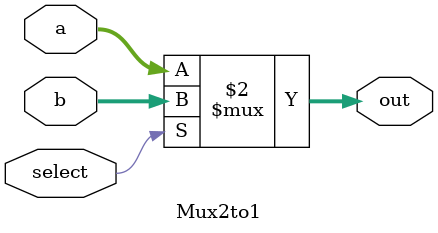
<source format=v>
`timescale 1ns / 1ps
module Mux2to1(input select,input [31:0] a,b,output[31:0] out);
	assign out= (select==0) ? a : b ;
endmodule

</source>
